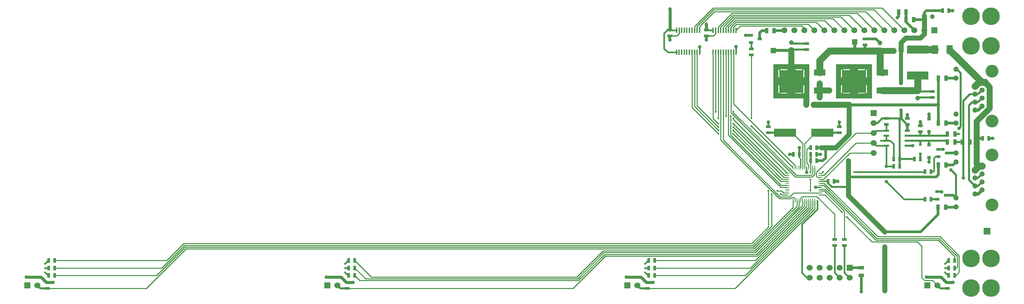
<source format=gtl>
G04 (created by PCBNEW (2013-07-07 BZR 4022)-stable) date 23/04/2014 17:50:20*
%MOIN*%
G04 Gerber Fmt 3.4, Leading zero omitted, Abs format*
%FSLAX34Y34*%
G01*
G70*
G90*
G04 APERTURE LIST*
%ADD10C,0.006*%
%ADD11C,0.052*%
%ADD12C,0.128*%
%ADD13R,0.025X0.045*%
%ADD14R,0.045X0.025*%
%ADD15R,0.035X0.055*%
%ADD16R,0.0551X0.0236*%
%ADD17R,0.0394X0.0315*%
%ADD18R,0.0106X0.0394*%
%ADD19R,0.0394X0.0106*%
%ADD20R,0.0165X0.0579*%
%ADD21R,0.212598X0.0787402*%
%ADD22R,0.055X0.055*%
%ADD23R,0.06X0.06*%
%ADD24C,0.06*%
%ADD25R,0.22X0.083*%
%ADD26R,0.244X0.228*%
%ADD27R,0.118X0.063*%
%ADD28R,0.063X0.0866*%
%ADD29C,0.0472441*%
%ADD30R,0.0472441X0.0472441*%
%ADD31C,0.177165*%
%ADD32R,0.055X0.035*%
%ADD33C,0.0590551*%
%ADD34R,0.0335X0.0335*%
%ADD35R,0.027X0.024*%
%ADD36R,0.0669291X0.0669291*%
%ADD37R,0.0590551X0.0590551*%
%ADD38C,0.05*%
%ADD39C,0.035*%
%ADD40C,0.02*%
%ADD41C,0.025*%
%ADD42C,0.03*%
%ADD43C,0.06*%
%ADD44C,0.02*%
%ADD45C,0.05*%
%ADD46C,0.012*%
%ADD47C,0.04*%
%ADD48C,0.015*%
%ADD49C,0.07*%
%ADD50C,0.01*%
%ADD51C,0.008*%
G04 APERTURE END LIST*
G54D10*
G54D11*
X93515Y-14695D03*
X93515Y-15595D03*
X93515Y-19195D03*
X93515Y-20095D03*
X95415Y-18795D03*
X95415Y-17995D03*
X95415Y-17195D03*
X95415Y-16395D03*
X96115Y-17595D03*
X96115Y-16795D03*
X96115Y-18395D03*
X96115Y-15995D03*
G54D12*
X97115Y-14895D03*
X97115Y-19895D03*
G54D11*
X93515Y-6295D03*
X93515Y-7195D03*
X93515Y-10795D03*
X93515Y-11695D03*
X95415Y-10395D03*
X95415Y-9595D03*
X95415Y-8795D03*
X95415Y-7995D03*
X96115Y-9195D03*
X96115Y-8395D03*
X96115Y-9995D03*
X96115Y-7595D03*
G54D12*
X97115Y-6495D03*
X97115Y-11495D03*
G54D13*
X89940Y-15295D03*
X89340Y-15295D03*
X87890Y-15295D03*
X87290Y-15295D03*
G54D14*
X86540Y-11215D03*
X86540Y-11815D03*
G54D13*
X87890Y-16020D03*
X87290Y-16020D03*
G54D14*
X88645Y-11815D03*
X88645Y-11215D03*
X89940Y-11945D03*
X89940Y-12545D03*
G54D13*
X90416Y-19318D03*
X91016Y-19318D03*
X90420Y-16560D03*
X91020Y-16560D03*
X96185Y-13205D03*
X96785Y-13205D03*
G54D15*
X91758Y-7192D03*
X92508Y-7192D03*
X91719Y-20105D03*
X92469Y-20105D03*
X91758Y-15892D03*
X92508Y-15892D03*
X94915Y-13595D03*
X94165Y-13595D03*
X93415Y-13595D03*
X92665Y-13595D03*
X93415Y-12795D03*
X92665Y-12795D03*
X91758Y-11680D03*
X92508Y-11680D03*
G54D16*
X88640Y-12445D03*
X86540Y-12445D03*
X88640Y-12945D03*
X88640Y-13445D03*
X88640Y-13945D03*
X86540Y-12945D03*
X86540Y-13445D03*
X86540Y-13945D03*
G54D17*
X92605Y-14672D03*
X91739Y-15047D03*
X91739Y-14297D03*
X92527Y-18924D03*
X91661Y-19299D03*
X91661Y-18549D03*
G54D18*
X77212Y-19459D03*
X79378Y-16151D03*
X79181Y-16151D03*
X78984Y-16151D03*
X78787Y-16151D03*
X78590Y-16151D03*
X78393Y-16151D03*
X78197Y-16151D03*
X78000Y-16151D03*
X77803Y-16151D03*
X77606Y-16151D03*
X77409Y-16151D03*
X77212Y-16151D03*
G54D19*
X76641Y-16722D03*
X76641Y-16919D03*
X76641Y-17116D03*
X76641Y-17308D03*
X76641Y-17510D03*
X76641Y-17707D03*
X76641Y-17903D03*
X76641Y-18100D03*
X76641Y-18297D03*
X76641Y-18494D03*
X76641Y-18691D03*
X76641Y-18888D03*
G54D18*
X77409Y-19459D03*
X77606Y-19459D03*
X77803Y-19459D03*
X78000Y-19459D03*
X78197Y-19459D03*
X78393Y-19459D03*
X78590Y-19459D03*
X78787Y-19459D03*
X78984Y-19459D03*
X79181Y-19459D03*
X79378Y-19459D03*
G54D19*
X79949Y-18888D03*
X79949Y-18691D03*
X79949Y-18494D03*
X79949Y-18297D03*
X79949Y-18100D03*
X79949Y-17903D03*
X79949Y-17707D03*
X79949Y-17510D03*
X79949Y-17313D03*
X79949Y-17116D03*
X79949Y-16919D03*
X79949Y-16722D03*
G54D20*
X70251Y-4572D03*
X70507Y-4572D03*
X70763Y-4572D03*
X71019Y-4572D03*
X69487Y-2370D03*
X69483Y-4572D03*
X69739Y-4572D03*
X69995Y-4572D03*
X71275Y-2368D03*
X71019Y-2368D03*
X70763Y-2368D03*
X70507Y-2368D03*
X70251Y-2368D03*
X69995Y-2368D03*
X71275Y-4572D03*
X69739Y-2370D03*
X69227Y-4572D03*
X71531Y-4572D03*
X71531Y-2368D03*
X69227Y-2368D03*
X66601Y-4572D03*
X66857Y-4572D03*
X67113Y-4572D03*
X67369Y-4572D03*
X65837Y-2370D03*
X65833Y-4572D03*
X66089Y-4572D03*
X66345Y-4572D03*
X67625Y-2368D03*
X67369Y-2368D03*
X67113Y-2368D03*
X66857Y-2368D03*
X66601Y-2368D03*
X66345Y-2368D03*
X67625Y-4572D03*
X66089Y-2370D03*
X65577Y-4572D03*
X67881Y-4572D03*
X67881Y-2368D03*
X65577Y-2368D03*
G54D21*
X89700Y-4300D03*
X89700Y-6899D03*
G54D15*
X78550Y-9850D03*
X79300Y-9850D03*
X74575Y-2400D03*
X75325Y-2400D03*
G54D13*
X92790Y-25450D03*
X93390Y-25450D03*
X33390Y-26200D03*
X32790Y-26200D03*
X33390Y-26950D03*
X32790Y-26950D03*
X63390Y-25450D03*
X62790Y-25450D03*
X63390Y-26200D03*
X62790Y-26200D03*
X63390Y-26950D03*
X62790Y-26950D03*
X92790Y-26950D03*
X93390Y-26950D03*
X92790Y-26200D03*
X93390Y-26200D03*
G54D14*
X92657Y-27640D03*
X92657Y-28240D03*
G54D13*
X33390Y-25450D03*
X32790Y-25450D03*
X3400Y-26950D03*
X2800Y-26950D03*
X3400Y-26200D03*
X2800Y-26200D03*
X3400Y-25450D03*
X2800Y-25450D03*
G54D14*
X91150Y-8500D03*
X91150Y-9100D03*
G54D13*
X79570Y-14155D03*
X78970Y-14155D03*
G54D14*
X64900Y-2950D03*
X64900Y-2350D03*
X68550Y-2950D03*
X68550Y-2350D03*
G54D13*
X92200Y-400D03*
X92800Y-400D03*
G54D14*
X73040Y-4845D03*
X73040Y-4245D03*
X62667Y-27640D03*
X62667Y-28240D03*
G54D13*
X80715Y-17510D03*
X81315Y-17510D03*
X77845Y-14810D03*
X77245Y-14810D03*
G54D14*
X81840Y-12030D03*
X81840Y-12630D03*
X74745Y-12030D03*
X74745Y-12630D03*
G54D13*
X79575Y-15455D03*
X78975Y-15455D03*
X78975Y-14805D03*
X79575Y-14805D03*
G54D14*
X78600Y-4300D03*
X78600Y-3700D03*
X32667Y-27640D03*
X32667Y-28240D03*
X2667Y-27640D03*
X2667Y-28240D03*
X84420Y-3850D03*
X84420Y-3250D03*
G54D22*
X75250Y-4400D03*
G54D23*
X82875Y-26195D03*
G54D24*
X82875Y-27195D03*
X81875Y-26195D03*
X81875Y-27195D03*
X80875Y-26195D03*
X80875Y-27195D03*
X79875Y-26195D03*
X79875Y-27195D03*
X78875Y-26195D03*
X78875Y-27195D03*
G54D23*
X60657Y-27940D03*
G54D24*
X61657Y-27940D03*
G54D23*
X657Y-27940D03*
G54D24*
X1657Y-27940D03*
G54D23*
X30657Y-27940D03*
G54D24*
X31657Y-27940D03*
G54D23*
X90657Y-27940D03*
G54D24*
X91657Y-27940D03*
G54D25*
X76425Y-12630D03*
X80165Y-12630D03*
G54D26*
X77050Y-7500D03*
G54D27*
X79880Y-8400D03*
X79880Y-6600D03*
G54D26*
X83320Y-7500D03*
G54D27*
X86150Y-8400D03*
X86150Y-6600D03*
G54D28*
X92898Y-4300D03*
X91402Y-4300D03*
G54D29*
X85920Y-3656D03*
G54D30*
X85920Y-4443D03*
G54D29*
X89700Y-9193D03*
G54D30*
X89700Y-8406D03*
G54D29*
X77050Y-3606D03*
G54D30*
X77050Y-4393D03*
G54D29*
X91143Y-1000D03*
G54D30*
X90356Y-1000D03*
G54D31*
X97004Y-993D03*
X97004Y-3946D03*
X95035Y-993D03*
X95035Y-3946D03*
X97004Y-25248D03*
X97004Y-28201D03*
X95035Y-25248D03*
X95035Y-28201D03*
G54D15*
X87275Y-4440D03*
X88025Y-4440D03*
G54D22*
X83370Y-3550D03*
G54D32*
X84040Y-26940D03*
X84040Y-26190D03*
G54D14*
X81370Y-23330D03*
X81370Y-23930D03*
X82360Y-23330D03*
X82360Y-23930D03*
G54D17*
X73898Y-3245D03*
X73032Y-3620D03*
X73032Y-2870D03*
G54D23*
X85285Y-10670D03*
G54D24*
X85285Y-11670D03*
X85285Y-12670D03*
X85285Y-13670D03*
G54D33*
X85285Y-14670D03*
G54D34*
X90815Y-12554D03*
X90815Y-11236D03*
X90815Y-13836D03*
X90815Y-15154D03*
G54D35*
X89940Y-13855D03*
X89940Y-14735D03*
G54D36*
X96610Y-22520D03*
G54D15*
X87782Y-558D03*
X88532Y-558D03*
X88530Y-1306D03*
X89280Y-1306D03*
G54D33*
X77354Y-2373D03*
X76354Y-2373D03*
X81354Y-2373D03*
X80354Y-2373D03*
X79354Y-2373D03*
X84354Y-2373D03*
X83354Y-2373D03*
X82354Y-2373D03*
X88354Y-2373D03*
X87354Y-2373D03*
X86354Y-2373D03*
G54D37*
X91354Y-2373D03*
G54D33*
X90354Y-2373D03*
X78354Y-2373D03*
X89354Y-2373D03*
X85354Y-2373D03*
G54D38*
X86390Y-22575D03*
X86390Y-28490D03*
X86390Y-24075D03*
X82760Y-15435D03*
X81482Y-14155D03*
G54D39*
X84040Y-28565D03*
X77845Y-14155D03*
G54D38*
X80040Y-14155D03*
G54D39*
X93220Y-27640D03*
X33230Y-27640D03*
X63230Y-27640D03*
X3230Y-27640D03*
X90550Y-27105D03*
X60545Y-27105D03*
X30545Y-27110D03*
X545Y-27110D03*
X88025Y-10365D03*
X88025Y-7685D03*
X68550Y-1795D03*
X64920Y-230D03*
X92100Y-18570D03*
X92212Y-14318D03*
G54D40*
X84820Y-6000D03*
X83320Y-6000D03*
X84820Y-7500D03*
X84820Y-9000D03*
X83320Y-9000D03*
X81820Y-9000D03*
X81820Y-7500D03*
X81820Y-6000D03*
X83300Y-8000D03*
X83300Y-7000D03*
X84300Y-8000D03*
X84300Y-7000D03*
X82300Y-7000D03*
X82300Y-8000D03*
X83820Y-8500D03*
X82820Y-8500D03*
X83820Y-8000D03*
X82820Y-8000D03*
X82320Y-8500D03*
X84320Y-8500D03*
X83320Y-8500D03*
X83820Y-7500D03*
X84320Y-6500D03*
X83820Y-6500D03*
X83820Y-7000D03*
X82820Y-7500D03*
X82320Y-7500D03*
X82820Y-6500D03*
X82320Y-6500D03*
X82820Y-7000D03*
X83320Y-6500D03*
X84320Y-7500D03*
G54D39*
X87645Y-1129D03*
X81695Y-17510D03*
X72500Y-2870D03*
G54D38*
X79880Y-7705D03*
X80855Y-8400D03*
X79875Y-9105D03*
G54D40*
X83320Y-7500D03*
G54D39*
X71530Y-4025D03*
X67880Y-4030D03*
X68550Y-3330D03*
X64905Y-3330D03*
X93200Y-400D03*
X89940Y-11545D03*
X90815Y-10795D03*
X89190Y-13945D03*
X90815Y-15595D03*
X97175Y-13205D03*
X88665Y-10845D03*
X79955Y-14805D03*
X76870Y-14810D03*
X79495Y-18105D03*
X78595Y-16605D03*
X74745Y-11580D03*
X81840Y-11580D03*
G54D40*
X86005Y-13445D03*
X82600Y-21075D03*
X82125Y-20600D03*
X83320Y-16565D03*
X80215Y-16565D03*
G54D39*
X86540Y-17530D03*
X86540Y-16020D03*
G54D40*
X74750Y-18475D03*
X75665Y-18475D03*
X75075Y-18805D03*
X75995Y-18805D03*
X62405Y-26200D03*
X62405Y-26630D03*
X77050Y-6000D03*
X78550Y-6000D03*
X78550Y-7500D03*
X78550Y-9000D03*
X77050Y-9000D03*
X75550Y-9000D03*
X75550Y-7500D03*
X75550Y-6000D03*
X77050Y-8000D03*
X77050Y-8500D03*
X77050Y-7500D03*
X77050Y-7000D03*
X76050Y-7500D03*
X76550Y-7500D03*
X76050Y-8000D03*
X78050Y-7000D03*
X78050Y-8000D03*
X76050Y-7000D03*
X77550Y-7500D03*
X76550Y-8500D03*
X77550Y-8500D03*
X78050Y-8500D03*
X76050Y-8500D03*
X76550Y-8000D03*
X77550Y-8000D03*
X77550Y-6500D03*
X78050Y-6500D03*
X77550Y-7000D03*
X76550Y-6500D03*
X76050Y-6500D03*
X76550Y-7000D03*
X77050Y-6500D03*
X78050Y-7500D03*
G54D39*
X93830Y-12200D03*
X93020Y-16390D03*
G54D40*
X92405Y-25765D03*
X92405Y-26200D03*
X32405Y-25765D03*
X32405Y-26200D03*
X32405Y-26635D03*
X2415Y-25770D03*
X2415Y-26200D03*
X2415Y-26635D03*
X92405Y-26630D03*
X62405Y-25765D03*
X78950Y-18455D03*
X78950Y-16605D03*
X78950Y-17330D03*
X79640Y-19485D03*
G54D39*
X94265Y-17195D03*
G54D40*
X94815Y-12795D03*
X93840Y-12795D03*
X69485Y-10560D03*
X71260Y-10560D03*
X71245Y-11215D03*
X69745Y-11215D03*
X70515Y-10965D03*
X71000Y-10965D03*
X73040Y-11965D03*
X73040Y-11170D03*
X71240Y-11755D03*
X69760Y-11755D03*
X71240Y-12085D03*
X69760Y-12085D03*
X69760Y-12755D03*
X71235Y-12755D03*
X71240Y-12415D03*
X69760Y-12415D03*
G54D41*
X91758Y-15892D02*
X91758Y-16851D01*
X82780Y-17070D02*
X82760Y-17050D01*
X91540Y-17070D02*
X82780Y-17070D01*
X91758Y-16851D02*
X91540Y-17070D01*
X91719Y-20105D02*
X91719Y-20830D01*
X89975Y-22575D02*
X91719Y-20830D01*
X89975Y-22575D02*
X86390Y-22575D01*
X91758Y-9829D02*
X91758Y-11680D01*
X91758Y-7192D02*
X91758Y-9829D01*
G54D42*
X91758Y-9829D02*
X91758Y-9836D01*
X91740Y-9855D02*
X91700Y-9855D01*
X91758Y-9836D02*
X91740Y-9855D01*
G54D43*
X79300Y-9850D02*
X82820Y-9850D01*
X82820Y-9850D02*
X82825Y-9855D01*
G54D44*
X91740Y-9895D02*
X91700Y-9855D01*
G54D42*
X82825Y-9855D02*
X91700Y-9855D01*
G54D45*
X86390Y-22570D02*
X86390Y-22575D01*
X82760Y-18940D02*
X86390Y-22570D01*
X82760Y-18065D02*
X82760Y-18940D01*
X86390Y-24075D02*
X86390Y-28490D01*
X82760Y-15435D02*
X82760Y-17050D01*
X82760Y-17050D02*
X82760Y-18065D01*
G54D44*
X80715Y-17510D02*
X80715Y-17690D01*
X81090Y-18065D02*
X82760Y-18065D01*
X80715Y-17690D02*
X81090Y-18065D01*
G54D45*
X82825Y-9855D02*
X82825Y-12812D01*
X81482Y-14155D02*
X80485Y-14155D01*
X82825Y-12812D02*
X81482Y-14155D01*
G54D41*
X84040Y-26940D02*
X84040Y-28565D01*
G54D44*
X77845Y-14810D02*
X77845Y-14155D01*
G54D41*
X79575Y-15455D02*
X80200Y-15455D01*
X80485Y-15170D02*
X80485Y-14155D01*
X80200Y-15455D02*
X80485Y-15170D01*
G54D45*
X80485Y-14155D02*
X80040Y-14155D01*
G54D41*
X80040Y-14155D02*
X79570Y-14155D01*
G54D42*
X93220Y-27640D02*
X92657Y-27640D01*
X33230Y-27640D02*
X32667Y-27640D01*
X62667Y-27640D02*
X63230Y-27640D01*
X2667Y-27640D02*
X3230Y-27640D01*
X92657Y-27640D02*
X92555Y-27640D01*
X92020Y-27105D02*
X90550Y-27105D01*
X92555Y-27640D02*
X92020Y-27105D01*
X62667Y-27640D02*
X62565Y-27640D01*
X62030Y-27105D02*
X60545Y-27105D01*
X62565Y-27640D02*
X62030Y-27105D01*
X32667Y-27640D02*
X32565Y-27640D01*
X32565Y-27640D02*
X32035Y-27110D01*
X32035Y-27110D02*
X30545Y-27110D01*
X2667Y-27640D02*
X2565Y-27640D01*
X2035Y-27110D02*
X545Y-27110D01*
X2565Y-27640D02*
X2035Y-27110D01*
G54D46*
X78000Y-16151D02*
X78000Y-15285D01*
X77845Y-15130D02*
X77845Y-14810D01*
X78000Y-15285D02*
X77845Y-15130D01*
X79949Y-17510D02*
X80715Y-17510D01*
G54D41*
X89280Y-1306D02*
X90312Y-1306D01*
X90312Y-1306D02*
X90356Y-1350D01*
G54D42*
X88025Y-11210D02*
X88025Y-10365D01*
G54D47*
X88025Y-7685D02*
X88025Y-4440D01*
G54D41*
X88025Y-11210D02*
X87890Y-11345D01*
G54D44*
X88025Y-11210D02*
X87890Y-11345D01*
X87890Y-11455D02*
X87890Y-11345D01*
X87890Y-15295D02*
X87890Y-11455D01*
X87890Y-11345D02*
X88025Y-11210D01*
X88025Y-11210D02*
X88030Y-11215D01*
X86540Y-11215D02*
X88030Y-11215D01*
X88630Y-11815D02*
X88645Y-11815D01*
X88030Y-11215D02*
X88630Y-11815D01*
X86540Y-11215D02*
X86125Y-11215D01*
X85670Y-11670D02*
X85285Y-11670D01*
X86125Y-11215D02*
X85670Y-11670D01*
G54D42*
X88030Y-4445D02*
X88025Y-4440D01*
G54D45*
X89950Y-3150D02*
X88490Y-3150D01*
X88490Y-3150D02*
X88025Y-3615D01*
X88025Y-3615D02*
X88025Y-4440D01*
X90354Y-2373D02*
X90354Y-2745D01*
X89950Y-3150D02*
X90354Y-2745D01*
G54D42*
X68550Y-2350D02*
X68550Y-1795D01*
X64920Y-230D02*
X64920Y-2330D01*
X64920Y-2330D02*
X64900Y-2350D01*
G54D48*
X65577Y-4572D02*
X64702Y-4572D01*
X64702Y-4572D02*
X64330Y-4200D01*
X64330Y-4200D02*
X64330Y-2680D01*
X64330Y-2680D02*
X64660Y-2350D01*
X64660Y-2350D02*
X64900Y-2350D01*
G54D41*
X92200Y-400D02*
X90565Y-400D01*
X90356Y-608D02*
X90356Y-1000D01*
X90565Y-400D02*
X90356Y-608D01*
G54D48*
X69227Y-2368D02*
X68568Y-2368D01*
X68568Y-2368D02*
X68550Y-2350D01*
X65577Y-2368D02*
X64918Y-2368D01*
X64918Y-2368D02*
X64900Y-2350D01*
G54D45*
X90356Y-1000D02*
X90356Y-1350D01*
X90356Y-1350D02*
X90356Y-2371D01*
X90356Y-2371D02*
X90354Y-2373D01*
G54D41*
X88640Y-11820D02*
X88645Y-11815D01*
X88640Y-12445D02*
X88640Y-11820D01*
G54D44*
X89340Y-15295D02*
X87890Y-15295D01*
X87890Y-15295D02*
X87890Y-16020D01*
G54D49*
X89700Y-8406D02*
X86156Y-8406D01*
X86156Y-8406D02*
X86150Y-8400D01*
G54D44*
X91150Y-8500D02*
X89793Y-8500D01*
X89793Y-8500D02*
X89700Y-8406D01*
G54D49*
X89700Y-8406D02*
X89700Y-6899D01*
G54D44*
X91661Y-18549D02*
X92079Y-18549D01*
X92079Y-18549D02*
X92100Y-18570D01*
X91739Y-14297D02*
X92191Y-14297D01*
X92191Y-14297D02*
X92212Y-14318D01*
G54D46*
X83320Y-7500D02*
X84820Y-6000D01*
X83320Y-7500D02*
X83320Y-6000D01*
X83320Y-7500D02*
X84820Y-7500D01*
X83320Y-7500D02*
X84820Y-9000D01*
X83320Y-7500D02*
X83320Y-9000D01*
X83320Y-7500D02*
X81820Y-9000D01*
X83320Y-7500D02*
X81820Y-7500D01*
X83320Y-7500D02*
X81820Y-6000D01*
G54D50*
X83320Y-7500D02*
X83320Y-7980D01*
X83320Y-7980D02*
X83300Y-8000D01*
X83320Y-7500D02*
X83320Y-7020D01*
X83320Y-7020D02*
X83300Y-7000D01*
X83320Y-7500D02*
X83800Y-7500D01*
X83800Y-7500D02*
X84300Y-8000D01*
X83800Y-7500D02*
X84300Y-7000D01*
X83320Y-7500D02*
X82800Y-7500D01*
X82800Y-7500D02*
X82300Y-7000D01*
X82800Y-7500D02*
X82300Y-8000D01*
X83320Y-7500D02*
X83320Y-7000D01*
X83320Y-7500D02*
X83320Y-8000D01*
X83320Y-8000D02*
X83820Y-8500D01*
X83320Y-8000D02*
X82820Y-8500D01*
X83320Y-7500D02*
X83820Y-8000D01*
X83320Y-7500D02*
X82820Y-8000D01*
X83320Y-7500D02*
X82320Y-8500D01*
X83320Y-7500D02*
X84320Y-8500D01*
X83320Y-7500D02*
X83320Y-8500D01*
X83320Y-7500D02*
X83820Y-7500D01*
X83320Y-7500D02*
X84320Y-6500D01*
X83320Y-7000D02*
X83820Y-6500D01*
X83320Y-7500D02*
X83820Y-7000D01*
X83320Y-7500D02*
X82820Y-7500D01*
X83320Y-7500D02*
X82320Y-7500D01*
X83320Y-7000D02*
X82820Y-6500D01*
X83320Y-7500D02*
X82320Y-6500D01*
X83320Y-7500D02*
X82820Y-7000D01*
X83320Y-7500D02*
X83320Y-6500D01*
X83320Y-7500D02*
X84320Y-7500D01*
G54D41*
X87782Y-558D02*
X87782Y-992D01*
X87782Y-992D02*
X87645Y-1129D01*
X81315Y-17510D02*
X81695Y-17510D01*
X73032Y-2870D02*
X72500Y-2870D01*
G54D43*
X79880Y-8400D02*
X79880Y-7705D01*
X79880Y-8400D02*
X80855Y-8400D01*
X79880Y-8400D02*
X79880Y-9100D01*
X79880Y-9100D02*
X79875Y-9105D01*
G54D48*
X71531Y-4572D02*
X71531Y-4026D01*
X71531Y-4026D02*
X71530Y-4025D01*
X67881Y-4572D02*
X67881Y-4031D01*
X67881Y-4031D02*
X67880Y-4030D01*
G54D41*
X68550Y-2950D02*
X68550Y-3330D01*
X64900Y-2950D02*
X64900Y-3325D01*
X64900Y-3325D02*
X64905Y-3330D01*
G54D46*
X65837Y-2370D02*
X65837Y-2717D01*
X65605Y-2950D02*
X64900Y-2950D01*
X65837Y-2717D02*
X65605Y-2950D01*
X69487Y-2370D02*
X69487Y-2737D01*
X69275Y-2950D02*
X68550Y-2950D01*
X69487Y-2737D02*
X69275Y-2950D01*
G54D41*
X92800Y-400D02*
X93200Y-400D01*
G54D44*
X78600Y-3700D02*
X77143Y-3700D01*
X77143Y-3700D02*
X77050Y-3606D01*
G54D41*
X84420Y-3250D02*
X85513Y-3250D01*
X85513Y-3250D02*
X85920Y-3656D01*
G54D44*
X91150Y-9100D02*
X89793Y-9100D01*
X89793Y-9100D02*
X89700Y-9193D01*
G54D42*
X95715Y-18795D02*
X96115Y-18395D01*
X95415Y-18795D02*
X95715Y-18795D01*
X95715Y-10395D02*
X96115Y-9995D01*
X95415Y-10395D02*
X95715Y-10395D01*
X89940Y-11945D02*
X89940Y-11545D01*
X90815Y-11236D02*
X90815Y-10795D01*
G54D44*
X88640Y-13945D02*
X89190Y-13945D01*
X90815Y-15154D02*
X90815Y-15595D01*
G54D41*
X96785Y-13205D02*
X97175Y-13205D01*
X88645Y-10865D02*
X88665Y-10845D01*
X88645Y-11215D02*
X88645Y-10865D01*
G54D44*
X79575Y-14805D02*
X79955Y-14805D01*
G54D41*
X77245Y-14810D02*
X76870Y-14810D01*
G54D46*
X79949Y-18100D02*
X79500Y-18100D01*
X79500Y-18100D02*
X79495Y-18105D01*
X78590Y-16151D02*
X78590Y-16600D01*
X78590Y-16600D02*
X78595Y-16605D01*
G54D44*
X74745Y-12030D02*
X74745Y-11580D01*
X81840Y-12030D02*
X81840Y-11580D01*
G54D48*
X86005Y-13445D02*
X86540Y-13445D01*
G54D50*
X79949Y-17313D02*
X80267Y-17313D01*
X82910Y-14670D02*
X85285Y-14670D01*
X80267Y-17313D02*
X82910Y-14670D01*
G54D48*
X86965Y-13445D02*
X87290Y-13770D01*
X86540Y-13445D02*
X86965Y-13445D01*
X87290Y-13770D02*
X87290Y-15295D01*
X86540Y-12945D02*
X86540Y-13445D01*
G54D50*
X79949Y-18888D02*
X80413Y-18888D01*
X91177Y-27460D02*
X91657Y-27940D01*
X90370Y-27460D02*
X91177Y-27460D01*
X90080Y-27170D02*
X90370Y-27460D01*
X90080Y-24015D02*
X90080Y-27170D01*
X89655Y-23590D02*
X90080Y-24015D01*
X85115Y-23590D02*
X89655Y-23590D01*
X82600Y-21075D02*
X85115Y-23590D01*
X80413Y-18888D02*
X82125Y-20600D01*
G54D44*
X92657Y-28240D02*
X91957Y-28240D01*
X91957Y-28240D02*
X91657Y-27940D01*
G54D50*
X79378Y-19459D02*
X79378Y-20272D01*
X71410Y-28240D02*
X62667Y-28240D01*
X79378Y-20272D02*
X71410Y-28240D01*
G54D44*
X62667Y-28240D02*
X61957Y-28240D01*
X61957Y-28240D02*
X61657Y-27940D01*
G54D50*
X78590Y-19459D02*
X78590Y-20041D01*
X55220Y-28240D02*
X32667Y-28240D01*
X58445Y-25015D02*
X55220Y-28240D01*
X73616Y-25015D02*
X58445Y-25015D01*
X78590Y-20041D02*
X73616Y-25015D01*
G54D44*
X32667Y-28240D02*
X31957Y-28240D01*
X31957Y-28240D02*
X31657Y-27940D01*
G54D50*
X77606Y-19459D02*
X77606Y-20007D01*
X12565Y-28240D02*
X2667Y-28240D01*
X16510Y-24294D02*
X12565Y-28240D01*
X73318Y-24294D02*
X16510Y-24294D01*
X77606Y-20007D02*
X73318Y-24294D01*
G54D44*
X2667Y-28240D02*
X1957Y-28240D01*
X1957Y-28240D02*
X1657Y-27940D01*
G54D50*
X69739Y-2370D02*
X69739Y-2058D01*
X83666Y-684D02*
X85354Y-2373D01*
X71112Y-684D02*
X83666Y-684D01*
X69739Y-2058D02*
X71112Y-684D01*
X69995Y-2368D02*
X69995Y-2056D01*
X82846Y-864D02*
X84354Y-2373D01*
X71187Y-864D02*
X82846Y-864D01*
X69995Y-2056D02*
X71187Y-864D01*
X70251Y-2368D02*
X70251Y-2055D01*
X82026Y-1044D02*
X83354Y-2373D01*
X71261Y-1044D02*
X82026Y-1044D01*
X70251Y-2055D02*
X71261Y-1044D01*
X70507Y-2368D02*
X70507Y-2054D01*
X81206Y-1224D02*
X82354Y-2373D01*
X71336Y-1224D02*
X81206Y-1224D01*
X70507Y-2054D02*
X71336Y-1224D01*
X70763Y-2368D02*
X70763Y-2052D01*
X80386Y-1404D02*
X81354Y-2373D01*
X71410Y-1404D02*
X80386Y-1404D01*
X70763Y-2052D02*
X71410Y-1404D01*
X71019Y-2368D02*
X71019Y-2051D01*
X79566Y-1584D02*
X80354Y-2373D01*
X71485Y-1584D02*
X79566Y-1584D01*
X71019Y-2051D02*
X71485Y-1584D01*
X71275Y-2368D02*
X71275Y-2049D01*
X78746Y-1764D02*
X79354Y-2373D01*
X71560Y-1764D02*
X78746Y-1764D01*
X71275Y-2049D02*
X71560Y-1764D01*
X78354Y-2373D02*
X78354Y-2174D01*
X71954Y-1945D02*
X71531Y-2368D01*
X78125Y-1945D02*
X71954Y-1945D01*
X78354Y-2174D02*
X78125Y-1945D01*
X67881Y-2368D02*
X67881Y-1978D01*
X84486Y-504D02*
X86354Y-2373D01*
X69355Y-504D02*
X84486Y-504D01*
X67881Y-1978D02*
X69355Y-504D01*
X67369Y-2368D02*
X67369Y-1981D01*
X86126Y-144D02*
X88354Y-2373D01*
X69205Y-144D02*
X86126Y-144D01*
X67369Y-1981D02*
X69205Y-144D01*
X67625Y-2368D02*
X67625Y-1980D01*
X85306Y-324D02*
X87354Y-2373D01*
X69280Y-324D02*
X85306Y-324D01*
X67625Y-1980D02*
X69280Y-324D01*
G54D48*
X83320Y-16565D02*
X90415Y-16565D01*
G54D50*
X79949Y-16722D02*
X80058Y-16722D01*
X80058Y-16722D02*
X80215Y-16565D01*
G54D48*
X90415Y-16565D02*
X90420Y-16560D01*
G54D50*
X79949Y-18297D02*
X80412Y-18297D01*
X93390Y-25044D02*
X93390Y-25450D01*
X91755Y-23410D02*
X93390Y-25044D01*
X85525Y-23410D02*
X91755Y-23410D01*
X80412Y-18297D02*
X85525Y-23410D01*
X93390Y-25450D02*
X93390Y-25285D01*
X93830Y-26629D02*
X93830Y-24975D01*
X80332Y-17707D02*
X85675Y-23050D01*
X85675Y-23050D02*
X91904Y-23050D01*
X93390Y-26950D02*
X93510Y-26950D01*
X93510Y-26950D02*
X93830Y-26629D01*
X80332Y-17707D02*
X79949Y-17707D01*
X93830Y-24975D02*
X91904Y-23050D01*
X93650Y-26095D02*
X93650Y-25050D01*
X93545Y-26200D02*
X93650Y-26095D01*
X93390Y-26200D02*
X93545Y-26200D01*
X80273Y-17903D02*
X79949Y-17903D01*
X85600Y-23230D02*
X80273Y-17903D01*
X91830Y-23230D02*
X85600Y-23230D01*
X93650Y-25050D02*
X91830Y-23230D01*
G54D48*
X90416Y-19318D02*
X88328Y-19318D01*
X88328Y-19318D02*
X86540Y-17530D01*
X87290Y-16020D02*
X86540Y-16020D01*
X86540Y-13945D02*
X86540Y-16020D01*
X86540Y-13945D02*
X85560Y-13945D01*
X85560Y-13945D02*
X85285Y-13670D01*
G54D50*
X79949Y-16919D02*
X80286Y-16919D01*
X80286Y-16919D02*
X83535Y-13670D01*
X83535Y-13670D02*
X85285Y-13670D01*
X78787Y-19459D02*
X78787Y-20099D01*
X73436Y-25450D02*
X63390Y-25450D01*
X78787Y-20099D02*
X73436Y-25450D01*
X79181Y-19459D02*
X79181Y-20214D01*
X72445Y-26950D02*
X63390Y-26950D01*
X79181Y-20214D02*
X72445Y-26950D01*
X78984Y-19459D02*
X78984Y-20156D01*
X72940Y-26200D02*
X63390Y-26200D01*
X78984Y-20156D02*
X72940Y-26200D01*
X77803Y-19459D02*
X77803Y-20065D01*
X35039Y-27099D02*
X33390Y-25450D01*
X55596Y-27099D02*
X35039Y-27099D01*
X58221Y-24474D02*
X55596Y-27099D01*
X73393Y-24474D02*
X58221Y-24474D01*
X77803Y-20065D02*
X73393Y-24474D01*
X78393Y-19459D02*
X78393Y-19984D01*
X33899Y-27459D02*
X33390Y-26950D01*
X55745Y-27459D02*
X33899Y-27459D01*
X58370Y-24834D02*
X55745Y-27459D01*
X73542Y-24834D02*
X58370Y-24834D01*
X78393Y-19984D02*
X73542Y-24834D01*
X78197Y-19459D02*
X78197Y-19925D01*
X34469Y-27279D02*
X33390Y-26200D01*
X55670Y-27279D02*
X34469Y-27279D01*
X58295Y-24654D02*
X55670Y-27279D01*
X73467Y-24654D02*
X58295Y-24654D01*
X78197Y-19925D02*
X73467Y-24654D01*
X74750Y-18475D02*
X74750Y-22099D01*
X76286Y-18691D02*
X76070Y-18475D01*
X76070Y-18475D02*
X75665Y-18475D01*
X76641Y-18691D02*
X76286Y-18691D01*
X14591Y-25450D02*
X3400Y-25450D01*
X16286Y-23754D02*
X14591Y-25450D01*
X73094Y-23754D02*
X16286Y-23754D01*
X74750Y-22099D02*
X73094Y-23754D01*
X77212Y-19459D02*
X77212Y-20146D01*
X13600Y-26950D02*
X3400Y-26950D01*
X16435Y-24114D02*
X13600Y-26950D01*
X73243Y-24114D02*
X16435Y-24114D01*
X77212Y-20146D02*
X73243Y-24114D01*
X75075Y-18805D02*
X75075Y-22029D01*
X76641Y-18888D02*
X76078Y-18888D01*
X76078Y-18888D02*
X75995Y-18805D01*
X14095Y-26200D02*
X3400Y-26200D01*
X16360Y-23934D02*
X14095Y-26200D01*
X73169Y-23934D02*
X16360Y-23934D01*
X75075Y-22029D02*
X73169Y-23934D01*
G54D48*
X62790Y-26200D02*
X62405Y-26200D01*
G54D41*
X88530Y-1306D02*
X88530Y-1549D01*
X88530Y-1549D02*
X89354Y-2373D01*
X88532Y-558D02*
X88532Y-1304D01*
X88532Y-1304D02*
X88530Y-1306D01*
X75325Y-2400D02*
X76327Y-2400D01*
X76327Y-2400D02*
X76354Y-2373D01*
G54D48*
X62790Y-26950D02*
X62725Y-26950D01*
X62725Y-26950D02*
X62405Y-26630D01*
G54D46*
X77050Y-7500D02*
X77050Y-6000D01*
X77050Y-7500D02*
X78550Y-6000D01*
X77050Y-7500D02*
X78550Y-7500D01*
X77050Y-7500D02*
X78550Y-9000D01*
X77050Y-7500D02*
X77050Y-9000D01*
X77050Y-7500D02*
X75550Y-9000D01*
X77050Y-7500D02*
X75550Y-7500D01*
X77050Y-7500D02*
X75550Y-6000D01*
G54D43*
X77050Y-4393D02*
X77050Y-5915D01*
X78550Y-9850D02*
X78550Y-8950D01*
G54D50*
X77050Y-7500D02*
X77050Y-8000D01*
X77050Y-7500D02*
X77050Y-7000D01*
X77050Y-7500D02*
X76550Y-7500D01*
X76550Y-7500D02*
X76050Y-8000D01*
X77050Y-7500D02*
X77550Y-7500D01*
X77550Y-7500D02*
X78050Y-7000D01*
X77050Y-7500D02*
X77550Y-7500D01*
X77550Y-7500D02*
X78050Y-8000D01*
X76550Y-7500D02*
X76050Y-7000D01*
X77050Y-7500D02*
X77550Y-7500D01*
X77050Y-8000D02*
X76550Y-8500D01*
X77050Y-8000D02*
X77550Y-8500D01*
X77050Y-7500D02*
X78050Y-8500D01*
X77050Y-7500D02*
X76050Y-8500D01*
X77050Y-7500D02*
X76550Y-8000D01*
X77050Y-7500D02*
X77550Y-8000D01*
X77050Y-7000D02*
X77550Y-6500D01*
X77050Y-7500D02*
X78050Y-6500D01*
X77050Y-7500D02*
X77550Y-7000D01*
X77050Y-7000D02*
X76550Y-6500D01*
X77050Y-7500D02*
X76050Y-6500D01*
X77050Y-7500D02*
X76550Y-7000D01*
X77050Y-7500D02*
X77050Y-8500D01*
X77050Y-7500D02*
X77050Y-6500D01*
X77050Y-7500D02*
X76050Y-7500D01*
X77050Y-7500D02*
X78050Y-7500D01*
G54D42*
X77050Y-4393D02*
X75256Y-4393D01*
X75256Y-4393D02*
X75250Y-4400D01*
G54D44*
X78600Y-4300D02*
X77143Y-4300D01*
X77143Y-4300D02*
X77050Y-4393D01*
G54D41*
X92508Y-11680D02*
X93500Y-11680D01*
X93500Y-11680D02*
X93515Y-11695D01*
X92508Y-7192D02*
X93512Y-7192D01*
X93512Y-7192D02*
X93515Y-7195D01*
X92469Y-20105D02*
X93504Y-20105D01*
X93504Y-20105D02*
X93515Y-20095D01*
X92508Y-15892D02*
X93217Y-15892D01*
X93217Y-15892D02*
X93515Y-15595D01*
G54D44*
X81840Y-12630D02*
X80165Y-12630D01*
G54D50*
X78393Y-16151D02*
X78393Y-13717D01*
X79480Y-12630D02*
X80165Y-12630D01*
X78393Y-13717D02*
X79480Y-12630D01*
G54D44*
X74745Y-12630D02*
X76425Y-12630D01*
G54D50*
X78197Y-16151D02*
X78197Y-13717D01*
X77110Y-12630D02*
X76425Y-12630D01*
X78197Y-13717D02*
X77110Y-12630D01*
X78190Y-16151D02*
X78197Y-16151D01*
X78197Y-16144D02*
X78190Y-16151D01*
G54D44*
X93615Y-6295D02*
X93984Y-6664D01*
X93984Y-6664D02*
X93984Y-12045D01*
X93984Y-12045D02*
X93830Y-12200D01*
X93615Y-6295D02*
X93515Y-6295D01*
G54D41*
X92605Y-14672D02*
X93492Y-14672D01*
X93492Y-14672D02*
X93515Y-14695D01*
G54D44*
X93515Y-16885D02*
X93515Y-19195D01*
X93020Y-16390D02*
X93515Y-16885D01*
G54D41*
X92527Y-18924D02*
X93244Y-18924D01*
X93244Y-18924D02*
X93515Y-19195D01*
G54D44*
X91661Y-19299D02*
X91034Y-19299D01*
X91034Y-19299D02*
X91016Y-19318D01*
G54D48*
X91739Y-15047D02*
X91462Y-15047D01*
X91220Y-16560D02*
X91020Y-16560D01*
X91320Y-16460D02*
X91220Y-16560D01*
X91320Y-15190D02*
X91320Y-16460D01*
X91462Y-15047D02*
X91320Y-15190D01*
G54D44*
X92515Y-13445D02*
X92665Y-13595D01*
X90790Y-13445D02*
X92515Y-13445D01*
X89915Y-13445D02*
X90790Y-13445D01*
X88640Y-13445D02*
X89915Y-13445D01*
X90815Y-13470D02*
X90790Y-13445D01*
X90815Y-13836D02*
X90815Y-13470D01*
X89940Y-13470D02*
X89915Y-13445D01*
X89940Y-13855D02*
X89940Y-13470D01*
G54D41*
X84420Y-3850D02*
X84420Y-4390D01*
X84420Y-4390D02*
X84473Y-4443D01*
G54D42*
X83370Y-3550D02*
X83370Y-4400D01*
X83370Y-4400D02*
X83326Y-4443D01*
G54D49*
X85920Y-4443D02*
X84473Y-4443D01*
X84473Y-4443D02*
X83326Y-4443D01*
X83326Y-4443D02*
X80856Y-4443D01*
X80856Y-4443D02*
X79880Y-5420D01*
X79880Y-5420D02*
X79880Y-6600D01*
G54D43*
X87275Y-4440D02*
X85923Y-4440D01*
X85923Y-4440D02*
X85920Y-4443D01*
X85938Y-4425D02*
X85920Y-4443D01*
G54D49*
X85920Y-4443D02*
X85920Y-6370D01*
X85920Y-6370D02*
X86150Y-6600D01*
G54D44*
X92515Y-12945D02*
X92665Y-12795D01*
X90790Y-12945D02*
X92515Y-12945D01*
X89965Y-12945D02*
X90790Y-12945D01*
X88640Y-12945D02*
X89965Y-12945D01*
X90815Y-12945D02*
X90790Y-12945D01*
X90815Y-12554D02*
X90815Y-12945D01*
X89940Y-12945D02*
X89965Y-12945D01*
X89940Y-12545D02*
X89940Y-12945D01*
G54D48*
X81370Y-23930D02*
X81370Y-26690D01*
X81370Y-26690D02*
X81875Y-27195D01*
X82360Y-23930D02*
X82360Y-26680D01*
X82360Y-26680D02*
X82875Y-27195D01*
G54D41*
X82875Y-26195D02*
X84035Y-26195D01*
X84035Y-26195D02*
X84040Y-26190D01*
G54D48*
X92790Y-25450D02*
X92720Y-25450D01*
X92720Y-25450D02*
X92405Y-25765D01*
X92790Y-26200D02*
X92405Y-26200D01*
X32790Y-25450D02*
X32720Y-25450D01*
X32720Y-25450D02*
X32405Y-25765D01*
X32790Y-26200D02*
X32405Y-26200D01*
X32790Y-26950D02*
X32720Y-26950D01*
X32720Y-26950D02*
X32405Y-26635D01*
X2800Y-25450D02*
X2735Y-25450D01*
X2735Y-25450D02*
X2415Y-25770D01*
X2800Y-26200D02*
X2415Y-26200D01*
X2800Y-26950D02*
X2730Y-26950D01*
X2730Y-26950D02*
X2415Y-26635D01*
G54D50*
X78770Y-14155D02*
X78970Y-14155D01*
X78595Y-14330D02*
X78770Y-14155D01*
X78595Y-15680D02*
X78595Y-14330D01*
X78787Y-16151D02*
X78787Y-15872D01*
X78787Y-15872D02*
X78595Y-15680D01*
G54D44*
X89940Y-14735D02*
X89940Y-15295D01*
G54D48*
X92790Y-26950D02*
X92725Y-26950D01*
X92725Y-26950D02*
X92405Y-26630D01*
G54D49*
X91402Y-4300D02*
X89700Y-4300D01*
X89700Y-4300D02*
X89700Y-4300D01*
G54D48*
X62790Y-25450D02*
X62720Y-25450D01*
X62720Y-25450D02*
X62405Y-25765D01*
G54D41*
X74575Y-2400D02*
X74125Y-2400D01*
X73898Y-2627D02*
X73898Y-3245D01*
X74125Y-2400D02*
X73898Y-2627D01*
G54D48*
X73040Y-4245D02*
X73040Y-3628D01*
X73040Y-3628D02*
X73032Y-3620D01*
X78875Y-27195D02*
X78615Y-27195D01*
G54D50*
X78984Y-16571D02*
X78950Y-16605D01*
X78984Y-16571D02*
X78984Y-16151D01*
X78950Y-17330D02*
X78950Y-18455D01*
G54D48*
X79640Y-20299D02*
X79640Y-19485D01*
X78110Y-21829D02*
X79640Y-20299D01*
X78110Y-26690D02*
X78110Y-21829D01*
X78615Y-27195D02*
X78110Y-26690D01*
X78975Y-15455D02*
X78975Y-14805D01*
G54D50*
X78984Y-16151D02*
X78984Y-15464D01*
X78984Y-15464D02*
X78975Y-15455D01*
G54D44*
X95715Y-17195D02*
X96115Y-16795D01*
X95415Y-17195D02*
X95715Y-17195D01*
X95715Y-8795D02*
X96115Y-8395D01*
X95415Y-8795D02*
X95715Y-8795D01*
X94265Y-13495D02*
X94165Y-13595D01*
X94915Y-8795D02*
X94265Y-9445D01*
X95415Y-8795D02*
X94915Y-8795D01*
X94265Y-13145D02*
X94265Y-13495D01*
X94265Y-13220D02*
X94265Y-13145D01*
X94265Y-9445D02*
X94265Y-13220D01*
X94265Y-13220D02*
X94265Y-17195D01*
X94165Y-13595D02*
X93415Y-13595D01*
X95715Y-17995D02*
X96115Y-17595D01*
X95415Y-17995D02*
X95715Y-17995D01*
X95815Y-9495D02*
X96115Y-9195D01*
X95715Y-9595D02*
X95815Y-9495D01*
X93415Y-12795D02*
X93840Y-12795D01*
X94815Y-13495D02*
X94915Y-13595D01*
X94815Y-13170D02*
X94815Y-13495D01*
X94815Y-12795D02*
X94815Y-13170D01*
X95715Y-9595D02*
X95815Y-9495D01*
X95415Y-9595D02*
X95715Y-9595D01*
X94815Y-9920D02*
X94815Y-12795D01*
X94815Y-9920D02*
X95140Y-9595D01*
X95415Y-9595D02*
X95140Y-9595D01*
X94815Y-17395D02*
X95415Y-17995D01*
X94815Y-13170D02*
X94815Y-17395D01*
G54D48*
X86540Y-11815D02*
X86540Y-12445D01*
X86540Y-12445D02*
X85510Y-12445D01*
X85510Y-12445D02*
X85285Y-12670D01*
G54D50*
X79949Y-17116D02*
X79671Y-17116D01*
X79671Y-17116D02*
X79560Y-17005D01*
X79560Y-17005D02*
X79560Y-16615D01*
X79560Y-16615D02*
X83505Y-12670D01*
X83505Y-12670D02*
X85285Y-12670D01*
X78000Y-19459D02*
X78000Y-19200D01*
X81370Y-20820D02*
X81370Y-23330D01*
X79600Y-19050D02*
X81370Y-20820D01*
X78150Y-19050D02*
X79600Y-19050D01*
X78000Y-19200D02*
X78150Y-19050D01*
X79949Y-18494D02*
X80355Y-18494D01*
X82360Y-20498D02*
X82360Y-23330D01*
X80355Y-18494D02*
X82360Y-20498D01*
X69483Y-4572D02*
X69483Y-10558D01*
X71260Y-10560D02*
X71260Y-10635D01*
X77540Y-16915D02*
X71260Y-10635D01*
X79181Y-16734D02*
X79181Y-16151D01*
X79181Y-16734D02*
X79000Y-16915D01*
X79000Y-16915D02*
X77540Y-16915D01*
X69483Y-10558D02*
X69485Y-10560D01*
X76641Y-16722D02*
X76641Y-16716D01*
X69739Y-11209D02*
X69739Y-4572D01*
X69745Y-11215D02*
X69739Y-11209D01*
X71245Y-11320D02*
X71245Y-11215D01*
X76641Y-16716D02*
X71245Y-11320D01*
X69995Y-4572D02*
X69995Y-13389D01*
X77409Y-19204D02*
X77409Y-19459D01*
X77335Y-19130D02*
X77409Y-19204D01*
X77089Y-19130D02*
X77335Y-19130D01*
X76964Y-19255D02*
X77089Y-19130D01*
X75860Y-19255D02*
X76964Y-19255D01*
X69995Y-13389D02*
X75860Y-19255D01*
X70251Y-4572D02*
X70251Y-13391D01*
X77274Y-18691D02*
X79949Y-18691D01*
X76890Y-19075D02*
X77274Y-18691D01*
X75935Y-19075D02*
X76890Y-19075D01*
X70251Y-13391D02*
X75935Y-19075D01*
X76641Y-17903D02*
X76027Y-17903D01*
X70507Y-10957D02*
X70507Y-4572D01*
X70515Y-10965D02*
X70507Y-10957D01*
X71000Y-12875D02*
X71000Y-10965D01*
X76027Y-17903D02*
X71000Y-12875D01*
X70763Y-4572D02*
X70763Y-12893D01*
X75970Y-18100D02*
X76641Y-18100D01*
X70763Y-12893D02*
X75970Y-18100D01*
X71019Y-4572D02*
X71019Y-10648D01*
X79378Y-16821D02*
X79104Y-17095D01*
X79104Y-17095D02*
X77465Y-17095D01*
X79378Y-16821D02*
X79378Y-16151D01*
X71019Y-10648D02*
X77465Y-17095D01*
X77409Y-16151D02*
X77409Y-15899D01*
X71275Y-9765D02*
X71275Y-4572D01*
X77409Y-15899D02*
X71275Y-9765D01*
X73040Y-4845D02*
X73040Y-11170D01*
X77212Y-16137D02*
X73040Y-11965D01*
X77212Y-16137D02*
X77212Y-16151D01*
X69227Y-4572D02*
X69227Y-11222D01*
X76404Y-16919D02*
X71240Y-11755D01*
X76404Y-16919D02*
X76641Y-16919D01*
X69227Y-11222D02*
X69760Y-11755D01*
X67625Y-4572D02*
X67625Y-9950D01*
X76271Y-17116D02*
X71240Y-12085D01*
X76271Y-17116D02*
X76641Y-17116D01*
X67625Y-9950D02*
X69760Y-12085D01*
X67113Y-4572D02*
X67113Y-10108D01*
X75990Y-17510D02*
X76641Y-17510D01*
X75990Y-17510D02*
X71235Y-12755D01*
X67113Y-10108D02*
X69760Y-12755D01*
X67369Y-4572D02*
X67369Y-10024D01*
X76133Y-17308D02*
X71240Y-12415D01*
X76133Y-17308D02*
X76641Y-17308D01*
X67369Y-10024D02*
X69760Y-12415D01*
G54D43*
X92898Y-4300D02*
X92898Y-4378D01*
G54D49*
X92898Y-4378D02*
X96115Y-7595D01*
X95815Y-7595D02*
X95415Y-7995D01*
X96115Y-7595D02*
X95815Y-7595D01*
G54D43*
X96415Y-7595D02*
X96890Y-8070D01*
X96890Y-8070D02*
X96890Y-10200D01*
G54D41*
X95585Y-11505D02*
X95565Y-11525D01*
G54D43*
X96890Y-10200D02*
X95585Y-11505D01*
G54D49*
X96115Y-7595D02*
X96415Y-7595D01*
X95815Y-15995D02*
X95415Y-16395D01*
X96115Y-15995D02*
X95815Y-15995D01*
G54D43*
X95585Y-15765D02*
X95815Y-15995D01*
X95585Y-13065D02*
X95585Y-15765D01*
X95585Y-11505D02*
X95585Y-13065D01*
G54D41*
X95725Y-13205D02*
X95585Y-13065D01*
X96185Y-13205D02*
X95725Y-13205D01*
G54D10*
G36*
X85080Y-9180D02*
X84660Y-9180D01*
X84660Y-8663D01*
X84660Y-6336D01*
X84641Y-6292D01*
X84608Y-6258D01*
X84563Y-6240D01*
X84516Y-6239D01*
X83710Y-6240D01*
X83680Y-6270D01*
X83680Y-7140D01*
X84630Y-7140D01*
X84660Y-7110D01*
X84660Y-6336D01*
X84660Y-8663D01*
X84660Y-7890D01*
X84630Y-7860D01*
X83680Y-7860D01*
X83680Y-8730D01*
X83710Y-8760D01*
X84516Y-8760D01*
X84563Y-8759D01*
X84608Y-8741D01*
X84641Y-8707D01*
X84660Y-8663D01*
X84660Y-9180D01*
X82960Y-9180D01*
X82960Y-8730D01*
X82960Y-7860D01*
X82960Y-7140D01*
X82960Y-6270D01*
X82930Y-6240D01*
X82123Y-6239D01*
X82076Y-6240D01*
X82031Y-6258D01*
X81998Y-6292D01*
X81979Y-6336D01*
X81980Y-7110D01*
X82010Y-7140D01*
X82960Y-7140D01*
X82960Y-7860D01*
X82010Y-7860D01*
X81980Y-7890D01*
X81979Y-8663D01*
X81998Y-8707D01*
X82031Y-8741D01*
X82076Y-8759D01*
X82123Y-8760D01*
X82930Y-8760D01*
X82960Y-8730D01*
X82960Y-9180D01*
X81560Y-9180D01*
X81560Y-5820D01*
X85080Y-5820D01*
X85080Y-9180D01*
X85080Y-9180D01*
G37*
G54D51*
X85080Y-9180D02*
X84660Y-9180D01*
X84660Y-8663D01*
X84660Y-6336D01*
X84641Y-6292D01*
X84608Y-6258D01*
X84563Y-6240D01*
X84516Y-6239D01*
X83710Y-6240D01*
X83680Y-6270D01*
X83680Y-7140D01*
X84630Y-7140D01*
X84660Y-7110D01*
X84660Y-6336D01*
X84660Y-8663D01*
X84660Y-7890D01*
X84630Y-7860D01*
X83680Y-7860D01*
X83680Y-8730D01*
X83710Y-8760D01*
X84516Y-8760D01*
X84563Y-8759D01*
X84608Y-8741D01*
X84641Y-8707D01*
X84660Y-8663D01*
X84660Y-9180D01*
X82960Y-9180D01*
X82960Y-8730D01*
X82960Y-7860D01*
X82960Y-7140D01*
X82960Y-6270D01*
X82930Y-6240D01*
X82123Y-6239D01*
X82076Y-6240D01*
X82031Y-6258D01*
X81998Y-6292D01*
X81979Y-6336D01*
X81980Y-7110D01*
X82010Y-7140D01*
X82960Y-7140D01*
X82960Y-7860D01*
X82010Y-7860D01*
X81980Y-7890D01*
X81979Y-8663D01*
X81998Y-8707D01*
X82031Y-8741D01*
X82076Y-8759D01*
X82123Y-8760D01*
X82930Y-8760D01*
X82960Y-8730D01*
X82960Y-9180D01*
X81560Y-9180D01*
X81560Y-5820D01*
X85080Y-5820D01*
X85080Y-9180D01*
G54D10*
G36*
X78810Y-9180D02*
X78390Y-9180D01*
X78390Y-8663D01*
X78390Y-6336D01*
X78371Y-6292D01*
X78338Y-6258D01*
X78293Y-6240D01*
X78246Y-6239D01*
X77440Y-6240D01*
X77410Y-6270D01*
X77410Y-7140D01*
X78360Y-7140D01*
X78390Y-7110D01*
X78390Y-6336D01*
X78390Y-8663D01*
X78390Y-7890D01*
X78360Y-7860D01*
X77410Y-7860D01*
X77410Y-8730D01*
X77440Y-8760D01*
X78246Y-8760D01*
X78293Y-8759D01*
X78338Y-8741D01*
X78371Y-8707D01*
X78390Y-8663D01*
X78390Y-9180D01*
X76690Y-9180D01*
X76690Y-8730D01*
X76690Y-7860D01*
X76690Y-7140D01*
X76690Y-6270D01*
X76660Y-6240D01*
X75853Y-6239D01*
X75806Y-6240D01*
X75761Y-6258D01*
X75728Y-6292D01*
X75709Y-6336D01*
X75710Y-7110D01*
X75740Y-7140D01*
X76690Y-7140D01*
X76690Y-7860D01*
X75740Y-7860D01*
X75710Y-7890D01*
X75709Y-8663D01*
X75728Y-8707D01*
X75761Y-8741D01*
X75806Y-8759D01*
X75853Y-8760D01*
X76660Y-8760D01*
X76690Y-8730D01*
X76690Y-9180D01*
X75290Y-9180D01*
X75290Y-5820D01*
X78810Y-5820D01*
X78810Y-9180D01*
X78810Y-9180D01*
G37*
G54D51*
X78810Y-9180D02*
X78390Y-9180D01*
X78390Y-8663D01*
X78390Y-6336D01*
X78371Y-6292D01*
X78338Y-6258D01*
X78293Y-6240D01*
X78246Y-6239D01*
X77440Y-6240D01*
X77410Y-6270D01*
X77410Y-7140D01*
X78360Y-7140D01*
X78390Y-7110D01*
X78390Y-6336D01*
X78390Y-8663D01*
X78390Y-7890D01*
X78360Y-7860D01*
X77410Y-7860D01*
X77410Y-8730D01*
X77440Y-8760D01*
X78246Y-8760D01*
X78293Y-8759D01*
X78338Y-8741D01*
X78371Y-8707D01*
X78390Y-8663D01*
X78390Y-9180D01*
X76690Y-9180D01*
X76690Y-8730D01*
X76690Y-7860D01*
X76690Y-7140D01*
X76690Y-6270D01*
X76660Y-6240D01*
X75853Y-6239D01*
X75806Y-6240D01*
X75761Y-6258D01*
X75728Y-6292D01*
X75709Y-6336D01*
X75710Y-7110D01*
X75740Y-7140D01*
X76690Y-7140D01*
X76690Y-7860D01*
X75740Y-7860D01*
X75710Y-7890D01*
X75709Y-8663D01*
X75728Y-8707D01*
X75761Y-8741D01*
X75806Y-8759D01*
X75853Y-8760D01*
X76660Y-8760D01*
X76690Y-8730D01*
X76690Y-9180D01*
X75290Y-9180D01*
X75290Y-5820D01*
X78810Y-5820D01*
X78810Y-9180D01*
M02*

</source>
